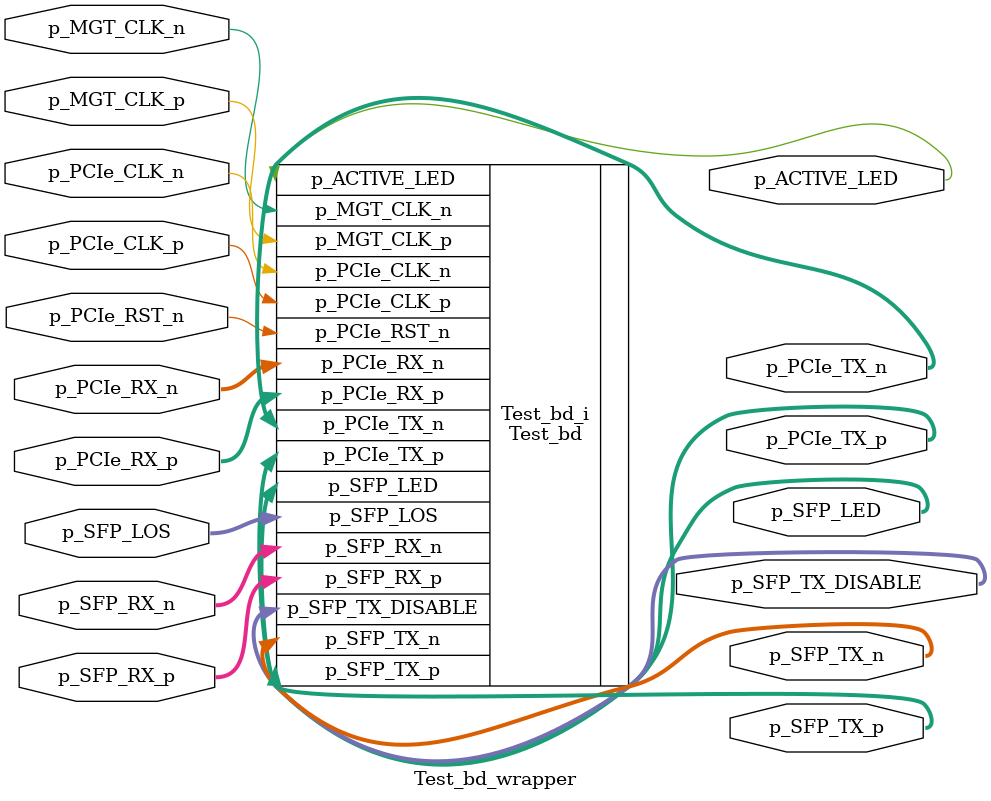
<source format=v>
`timescale 1 ps / 1 ps

module Test_bd_wrapper
   (p_ACTIVE_LED,
    p_MGT_CLK_n,
    p_MGT_CLK_p,
    p_PCIe_CLK_n,
    p_PCIe_CLK_p,
    p_PCIe_RST_n,
    p_PCIe_RX_n,
    p_PCIe_RX_p,
    p_PCIe_TX_n,
    p_PCIe_TX_p,
    p_SFP_LED,
    p_SFP_LOS,
    p_SFP_RX_n,
    p_SFP_RX_p,
    p_SFP_TX_DISABLE,
    p_SFP_TX_n,
    p_SFP_TX_p);
  output [0:0]p_ACTIVE_LED;
  input p_MGT_CLK_n;
  input p_MGT_CLK_p;
  input p_PCIe_CLK_n;
  input p_PCIe_CLK_p;
  input p_PCIe_RST_n;
  input [3:0]p_PCIe_RX_n;
  input [3:0]p_PCIe_RX_p;
  output [3:0]p_PCIe_TX_n;
  output [3:0]p_PCIe_TX_p;
  output [3:0]p_SFP_LED;
  input [3:0]p_SFP_LOS;
  input [3:0]p_SFP_RX_n;
  input [3:0]p_SFP_RX_p;
  output [3:0]p_SFP_TX_DISABLE;
  output [1:0]p_SFP_TX_n;
  output [1:0]p_SFP_TX_p;

  wire [0:0]p_ACTIVE_LED;
  wire p_MGT_CLK_n;
  wire p_MGT_CLK_p;
  wire p_PCIe_CLK_n;
  wire p_PCIe_CLK_p;
  wire p_PCIe_RST_n;
  wire [3:0]p_PCIe_RX_n;
  wire [3:0]p_PCIe_RX_p;
  wire [3:0]p_PCIe_TX_n;
  wire [3:0]p_PCIe_TX_p;
  wire [3:0]p_SFP_LED;
  wire [3:0]p_SFP_LOS;
  wire [3:0]p_SFP_RX_n;
  wire [3:0]p_SFP_RX_p;
  wire [3:0]p_SFP_TX_DISABLE;
  wire [1:0]p_SFP_TX_n;
  wire [1:0]p_SFP_TX_p;

  Test_bd Test_bd_i
       (.p_ACTIVE_LED(p_ACTIVE_LED),
        .p_MGT_CLK_n(p_MGT_CLK_n),
        .p_MGT_CLK_p(p_MGT_CLK_p),
        .p_PCIe_CLK_n(p_PCIe_CLK_n),
        .p_PCIe_CLK_p(p_PCIe_CLK_p),
        .p_PCIe_RST_n(p_PCIe_RST_n),
        .p_PCIe_RX_n(p_PCIe_RX_n),
        .p_PCIe_RX_p(p_PCIe_RX_p),
        .p_PCIe_TX_n(p_PCIe_TX_n),
        .p_PCIe_TX_p(p_PCIe_TX_p),
        .p_SFP_LED(p_SFP_LED),
        .p_SFP_LOS(p_SFP_LOS),
        .p_SFP_RX_n(p_SFP_RX_n),
        .p_SFP_RX_p(p_SFP_RX_p),
        .p_SFP_TX_DISABLE(p_SFP_TX_DISABLE),
        .p_SFP_TX_n(p_SFP_TX_n),
        .p_SFP_TX_p(p_SFP_TX_p));
endmodule

</source>
